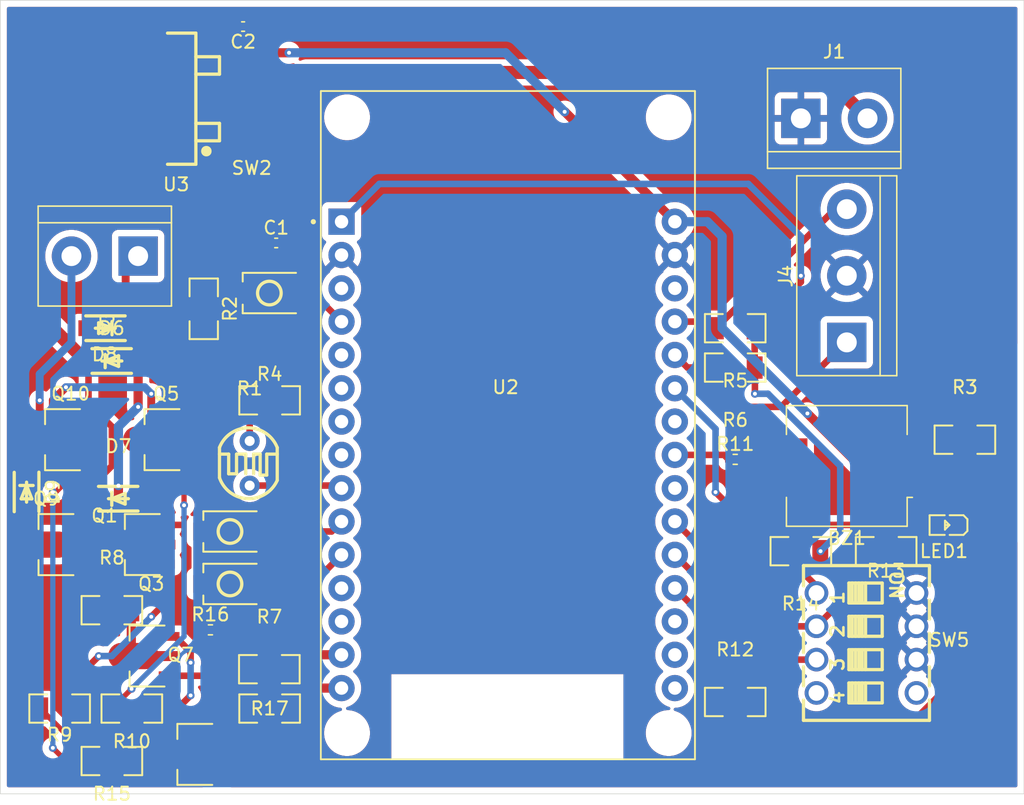
<source format=kicad_pcb>
(kicad_pcb (version 20241229) (generator "pcbnew") (generator_version "9.0")
  (layers (0 "F.Cu" signal) (2 "B.Cu" signal) (13 "F.Paste" user) (15 "B.Paste" user) (5 "F.SilkS" user "F.Silkscreen") (7 "B.SilkS" user "B.Silkscreen") (1 "F.Mask" user) (3 "B.Mask" user) (25 "Edge.Cuts" user))
  (net 0 "")
  (net 1 "+5V")
  (net 2 "Net-(BZ1--)")
  (net 3 "+12V")
  (net 4 "GND")
  (net 5 "LSC")
  (net 6 "LSA")
  (net 7 "Net-(LED1-A)")
  (net 8 "Net-(LED1-K)")
  (net 9 "Net-(Q1-B)")
  (net 10 "Net-(Q3-B)")
  (net 11 "Net-(Q3-E)")
  (net 12 "Net-(Q3-C)")
  (net 13 "Net-(Q5-B)")
  (net 14 "Net-(Q7-E)")
  (net 15 "Net-(Q7-C)")
  (net 16 "Net-(Q7-B)")
  (net 17 "Net-(Q9-B)")
  (net 18 "Net-(Q10-B)")
  (net 19 "Net-(U2-D18)")
  (net 20 "Net-(R1-Pad1)")
  (net 21 "Net-(R2-Pad1)")
  (net 22 "+3.3V")
  (net 23 "motor 2")
  (net 24 "BUZZER")
  (net 25 "dip1")
  (net 26 "Net-(R16-Pad1)")
  (net 27 "motor 1")
  (net 28 "Net-(U2-D2)")
  (net 29 "llave A")
  (net 30 "llave B")
  (net 31 "dip2")
  (net 32 "dip3")
  (net 48 "Net-(D6-A)")
  (net 49 "Net-(D7-A)")
  (footprint "easyeda2kicad:R1206" (layer "F.Cu") (at 167.1 96.84 180)
    (property "Reference" "R14")
    (property "Value" "RC1206FR-071KL" (hide yes))
  )
  (footprint "easyeda2kicad:R1206" (layer "F.Cu") (at 126.62 108.84)
    (property "Reference" "R17")
    (property "Value" "220")
  )
  (footprint "easyeda2kicad:SOD-123F_L2.8-W1.8-LS3.7-RD" (layer "F.Cu") (at 114.1 79.84 180)
    (property "Reference" "D8")
    (property "Value" "1N4007-C181127" (hide yes))
  )
  (footprint "Resistor_SMD:R_0402_1005Metric" (layer "F.Cu") (at 122.11 102.84)
    (property "Reference" "R16")
    (property "Value" "220")
  )
  (footprint "easyeda2kicad:R1206" (layer "F.Cu") (at 121.6 78.36 -90)
    (property "Reference" "R2")
    (property "Value" "220")
  )
  (footprint "easyeda2kicad:R1206" (layer "F.Cu") (at 173.6 96.84 180)
    (property "Reference" "R13")
    (property "Value" "RC1206FR-071KL" (hide yes))
  )
  (footprint "easyeda2kicad:SOD-123F_L2.8-W1.8-LS3.7-RD" (layer "F.Cu") (at 115.1 92.84)
    (property "Reference" "D7")
    (property "Value" "1N4007-C181127" (hide yes))
  )
  (footprint "easyeda2kicad:R1206" (layer "F.Cu") (at 162.1 108.34)
    (property "Reference" "R12")
    (property "Value" "RC1206FR-071KL" (hide yes))
  )
  (footprint "easyeda2kicad:SOT-89-3_L4.5-W2.5-P1.50-LS4.2-BR" (layer "F.Cu") (at 110.96 96.34)
    (property "Reference" "Q9")
    (property "Value" "pnp")
  )
  (footprint "easyeda2kicad:SW-SMD_L3.9-W3.0-P4.45" (layer "F.Cu") (at 123.6 99.34)
    (property "Reference" "SW4" (hide yes))
    (property "Value" "botton" (hide yes))
  )
  (footprint "easyeda2kicad:R1206" (layer "F.Cu") (at 114.6 101.34)
    (property "Reference" "R8")
    (property "Value" "RC1206FR-071KL" (hide yes))
  )
  (footprint "easyeda2kicad:R1206" (layer "F.Cu") (at 179.6 88.34)
    (property "Reference" "R3")
    (property "Value" "220")
  )
  (footprint "easyeda2kicad:SOD-123F_L2.8-W1.8-LS3.7-RD" (layer "F.Cu") (at 114.6 82.34)
    (property "Reference" "D6")
    (property "Value" "1N4007-C181127" (hide yes))
  )
  (footprint "easyeda2kicad:SOT-89-3_L4.5-W2.5-P1.50-LS4.0-BR" (layer "F.Cu") (at 117.6 104.84)
    (property "Reference" "Q3")
    (property "Value" "D882_C5279057" (hide yes))
  )
  (footprint "easyeda2kicad:SOT-89-3_L4.5-W2.5-P1.50-LS4.2-BR" (layer "F.Cu") (at 111.46 88.34)
    (property "Reference" "Q10")
    (property "Value" "pnp")
  )
  (footprint "easyeda2kicad:SOT-89-3_L4.5-W2.5-P1.50-LS4.0-BR" (layer "F.Cu") (at 118.74 88.34)
    (property "Reference" "Q5")
    (property "Value" "npn")
  )
  (footprint "Buzzer_Beeper:Buzzer_CUI_CPT-9019S-SMT" (layer "F.Cu") (at 170.6 90.34 180)
    (property "Reference" "BZ1")
    (property "Value" "Buzzer")
  )
  (footprint "Capacitor_SMD:C_0402_1005Metric" (layer "F.Cu") (at 127.12 73.34)
    (property "Reference" "C1")
    (property "Value" "0.33uf")
  )
  (footprint "easyeda2kicad:SW-SMD_L3.9-W3.0-P4.45" (layer "F.Cu") (at 123.6 95.34)
    (property "Reference" "SW3" (hide yes))
    (property "Value" "botton" (hide yes))
  )
  (footprint "ESP32-DEVKIT-V1 (1):MODULE_ESP32_DEVKIT_V1" (layer "F.Cu") (at 144.8 87.235)
    (property "Reference" "U2")
    (property "Value" "ESP32-DEVKIT-V1")
  )
  (footprint "easyeda2kicad:R1206" (layer "F.Cu") (at 162.1 82.84 180)
    (property "Reference" "R6")
    (property "Value" "RC1206FR-071KL" (hide yes))
  )
  (footprint "easyeda2kicad:R1206" (layer "F.Cu") (at 126.6 105.84)
    (property "Reference" "R7")
    (property "Value" "220")
  )
  (footprint "easyeda2kicad:SW-SMD_L3.9-W3.0-P4.45" (layer "F.Cu") (at 126.6 77.16)
    (property "Reference" "SW2")
    (property "Value" "TS-1088-AR02016" (hide yes))
  )
  (footprint "easyeda2kicad:RES-TH_L5.1-W4.3-P3.40-D0.5" (layer "F.Cu") (at 125.1 90.14)
    (property "Reference" "R1")
    (property "Value" "GL5528(10-20)" (hide yes))
  )
  (footprint "easyeda2kicad:SOD-123F_L2.8-W1.8-LS3.7-RD" (layer "F.Cu") (at 108.1 92.34 -90)
    (property "Reference" "D9")
    (property "Value" "1N4007-C181127" (hide yes))
  )
  (footprint "TerminalBlock:TerminalBlock_bornier-3_P5.08mm" (layer "F.Cu") (at 170.6 80.92 90)
    (property "Reference" "J4")
    (property "Value" "LIMIT SWITCHES")
  )
  (footprint "TerminalBlock:TerminalBlock_bornier-2_P5.08mm" (layer "F.Cu") (at 116.6 74.34 180)
    (property "Reference" "J2")
    (property "Value" "motor salida")
  )
  (footprint "easyeda2kicad:R1206" (layer "F.Cu") (at 114.6 112.84 180)
    (property "Reference" "R15")
    (property "Value" "RC1206FR-071KL" (hide yes))
  )
  (footprint "TerminalBlock:TerminalBlock_bornier-2_P5.08mm" (layer "F.Cu") (at 167.1 63.84)
    (property "Reference" "J1")
    (property "Value" "ALIMENTACION")
  )
  (footprint "easyeda2kicad:R1206" (layer "F.Cu") (at 162.1 79.84 180)
    (property "Reference" "R5")
    (property "Value" "RC1206FR-071KL" (hide yes))
  )
  (footprint "easyeda2kicad:LED0603-RD_RED" (layer "F.Cu") (at 178.3 94.84 180)
    (property "Reference" "LED1")
    (property "Value" "lampara" (hide yes))
  )
  (footprint "easyeda2kicad:SOT-89-3_L4.5-W2.5-P1.50-LS4.0-BR" (layer "F.Cu") (at 117.24 96.34)
    (property "Reference" "Q1")
    (property "Value" "npn")
  )
  (footprint "easyeda2kicad:SW-TH_DSWB04LHGET" (layer "F.Cu") (at 172.1 103.84 -90)
    (property "Reference" "SW5")
    (property "Value" "DSWB04LHGET" (hide yes))
  )
  (footprint "easyeda2kicad:SOT-89-3_L4.5-W2.5-P1.50-LS4.0-BR" (layer "F.Cu") (at 121.24 112.34)
    (property "Reference" "Q7")
    (property "Value" "D882_C5279057" (hide yes))
  )
  (footprint "easyeda2kicad:R1206" (layer "F.Cu") (at 116.12 108.84 180)
    (property "Reference" "R10")
    (property "Value" "RC1206FR-071KL" (hide yes))
  )
  (footprint "Capacitor_SMD:C_0402_1005Metric" (layer "F.Cu") (at 124.6 56.84 180)
    (property "Reference" "C2")
    (property "Value" "0.1uf")
  )
  (footprint "easyeda2kicad:TO-263-2_L10.0-W9.2-P5.08-LS15.3-TL-CW" (layer "F.Cu") (at 119.5 62.34 180)
    (property "Reference" "U3")
    (property "Value" "L7805ABD2T-TR" (hide yes))
  )
  (footprint "Resistor_SMD:R_0402_1005Metric" (layer "F.Cu") (at 162.1 89.84)
    (property "Reference" "R11")
    (property "Value" "1k")
  )
  (footprint "easyeda2kicad:R1206" (layer "F.Cu") (at 126.62 85.34)
    (property "Reference" "R4")
    (property "Value" "220")
  )
  (footprint "easyeda2kicad:R1206" (layer "F.Cu") (at 110.62 108.84 180)
    (property "Reference" "R9")
    (property "Value" "RC1206FR-071KL" (hide yes))
  )
  (gr_rect (start 106.1 54.84) (end 184.1 115.34) (stroke (width 0.05)) (fill no) (layer "Edge.Cuts"))
  (segment (start 125.86 58.84) (end 124.9 59.8) (width 0.7) (layer "F.Cu") (net 1))
  (segment (start 149.12 63.34) (end 149.1 63.34) (width 0.7) (layer "F.Cu") (net 1))
  (segment (start 157.5 71.72) (end 149.12 63.34) (width 0.7) (layer "F.Cu") (net 1))
  (segment (start 128.1 58.84) (end 125.86 58.84) (width 0.7) (layer "F.Cu") (net 1))
  (segment (start 125.08 59.62) (end 124.9 59.8) (width 0.5) (layer "F.Cu") (net 1))
  (segment (start 174.6 90.34) (end 171.6 90.34) (width 0.7) (layer "F.Cu") (net 1))
  (segment (start 171.6 90.34) (end 167.6 86.34) (width 0.7) (layer "F.Cu") (net 1))
  (segment (start 125.08 56.84) (end 125.08 59.62) (width 0.5) (layer "F.Cu") (net 1))
  (via (at 149.1 63.34) (size 0.6) (drill 0.3) (layers "F.Cu" "B.Cu") (net 1))
  (via (at 167.6 86.34) (size 0.6) (drill 0.3) (layers "F.Cu" "B.Cu") (net 1))
  (via (at 128.1 58.84) (size 0.6) (drill 0.3) (layers "F.Cu" "B.Cu") (net 1))
  (segment (start 161.1 79.84) (end 161.1 72.84) (width 0.7) (layer "B.Cu") (net 1))
  (segment (start 161.1 72.84) (end 159.98 71.72) (width 0.7) (layer "B.Cu") (net 1))
  (segment (start 144.6 58.84) (end 128.1 58.84) (width 0.7) (layer "B.Cu") (net 1))
  (segment (start 167.6 86.34) (end 161.1 79.84) (width 0.7) (layer "B.Cu") (net 1))
  (segment (start 159.98 71.72) (end 157.5 71.72) (width 0.7) (layer "B.Cu") (net 1))
  (segment (start 149.1 63.34) (end 144.6 58.84) (width 0.7) (layer "B.Cu") (net 1))
  (segment (start 162.61 89.84) (end 166.1 89.84) (width 0.5) (layer "F.Cu") (net 2))
  (segment (start 166.1 89.84) (end 166.6 90.34) (width 0.5) (layer "F.Cu") (net 2))
  (segment (start 112.82 86.84) (end 112.82 82.57) (width 0.5) (layer "F.Cu") (net 3))
  (segment (start 112.32 94.07) (end 113.55 92.84) (width 0.5) (layer "F.Cu") (net 3))
  (segment (start 126.64 73.34) (end 126.64 66.62) (width 0.5) (layer "F.Cu") (net 3))
  (segment (start 108.1 72.84) (end 108.1 77.84) (width 1) (layer "F.Cu") (net 3))
  (segment (start 120.44 69.34) (end 111.6 69.34) (width 1) (layer "F.Cu") (net 3))
  (segment (start 126.64 66.62) (end 124.9 64.88) (width 0.5) (layer "F.Cu") (net 3))
  (segment (start 114.6 90.34) (end 113.55 91.39) (width 0.5) (layer "F.Cu") (net 3))
  (segment (start 111.6 69.34) (end 108.1 72.84) (width 1) (layer "F.Cu") (net 3))
  (segment (start 108.1 77.84) (end 112.6 82.34) (width 1) (layer "F.Cu") (net 3))
  (segment (start 129.44 60.34) (end 168.68 60.34) (width 1) (layer "F.Cu") (net 3))
  (segment (start 113.55 91.39) (end 113.55 92.84) (width 0.5) (layer "F.Cu") (net 3))
  (segment (start 114.1 86.84) (end 114.6 87.34) (width 0.5) (layer "F.Cu") (net 3))
  (segment (start 114.6 87.34) (end 114.6 90.34) (width 0.5) (layer "F.Cu") (net 3))
  (segment (start 112.32 94.84) (end 112.32 94.07) (width 0.5) (layer "F.Cu") (net 3))
  (segment (start 124.9 64.88) (end 123.27 66.51) (width 1) (layer "F.Cu") (net 3))
  (segment (start 112.82 86.84) (end 114.1 86.84) (width 0.5) (layer "F.Cu") (net 3))
  (segment (start 112.6 82.34) (end 113.05 82.34) (width 1) (layer "F.Cu") (net 3))
  (segment (start 123.27 66.51) (end 120.44 69.34) (width 1) (layer "F.Cu") (net 3))
  (segment (start 168.68 60.34) (end 172.18 63.84) (width 1) (layer "F.Cu") (net 3))
  (segment (start 112.82 82.57) (end 113.05 82.34) (width 0.5) (layer "F.Cu") (net 3))
  (segment (start 123.27 66.51) (end 129.44 60.34) (width 1) (layer "F.Cu") (net 3))
  (segment (start 165.6 85.84) (end 170.52 80.92) (width 0.5) (layer "F.Cu") (net 5))
  (segment (start 160.62 84.36) (end 162.1 85.84) (width 0.5) (layer "F.Cu") (net 5))
  (segment (start 158.46 82.84) (end 157.5 81.88) (width 0.5) (layer "F.Cu") (net 5))
  (segment (start 162.1 85.84) (end 165.6 85.84) (width 0.5) (layer "F.Cu") (net 5))
  (segment (start 160.62 82.84) (end 160.62 84.36) (width 0.5) (layer "F.Cu") (net 5))
  (segment (start 160.62 82.84) (end 158.46 82.84) (width 0.5) (layer "F.Cu") (net 5))
  (segment (start 170.52 80.92) (end 170.6 80.92) (width 0.5) (layer "F.Cu") (net 5))
  (segment (start 157.5 79.34) (end 160.12 79.34) (width 0.5) (layer "F.Cu") (net 6))
  (segment (start 170.6 70.76) (end 169.7 70.76) (width 0.5) (layer "F.Cu") (net 6))
  (segment (start 169.7 70.76) (end 160.62 79.84) (width 0.5) (layer "F.Cu") (net 6))
  (segment (start 160.12 79.34) (end 160.62 79.84) (width 0.5) (layer "F.Cu") (net 6))
  (segment (start 177.5 94.84) (end 163.1 94.84) (width 0.5) (layer "F.Cu") (net 7))
  (segment (start 163.1 94.84) (end 160.6 92.34) (width 0.5) (layer "F.Cu") (net 7))
  (via (at 160.6 92.34) (size 0.6) (drill 0.3) (layers "F.Cu" "B.Cu") (net 7))
  (segment (start 160.6 87.52) (end 157.5 84.42) (width 0.5) (layer "B.Cu") (net 7))
  (segment (start 160.6 92.34) (end 160.6 87.52) (width 0.5) (layer "B.Cu") (net 7))
  (segment (start 178.12 91.36) (end 179.1 92.34) (width 0.5) (layer "F.Cu") (net 8))
  (segment (start 178.12 88.34) (end 178.12 91.36) (width 0.5) (layer "F.Cu") (net 8))
  (segment (start 179.1 92.34) (end 179.1 94.84) (width 0.5) (layer "F.Cu") (net 8))
  (segment (start 113.6 104.84) (end 112.1 106.34) (width 0.5) (layer "F.Cu") (net 9))
  (segment (start 112.1 106.34) (end 112.1 108.84) (width 0.5) (layer "F.Cu") (net 9))
  (segment (start 118.6 97.84) (end 118.6 100.84) (width 0.5) (layer "F.Cu") (net 9))
  (segment (start 118.6 100.84) (end 117.6 101.84) (width 0.5) (layer "F.Cu") (net 9))
  (via (at 113.6 104.84) (size 0.6) (drill 0.3) (layers "F.Cu" "B.Cu") (net 9))
  (via (at 117.6 101.84) (size 0.6) (drill 0.3) (layers "F.Cu" "B.Cu") (net 9))
  (segment (start 117.6 101.84) (end 114.6 104.84) (width 0.5) (layer "B.Cu") (net 9))
  (segment (start 114.6 104.84) (end 113.6 104.84) (width 0.5) (layer "B.Cu") (net 9))
  (segment (start 125.12 105.84) (end 123.6 105.84) (width 0.5) (layer "F.Cu") (net 10))
  (segment (start 123.1 106.34) (end 118.96 106.34) (width 0.5) (layer "F.Cu") (net 10))
  (segment (start 123.6 105.84) (end 123.1 106.34) (width 0.5) (layer "F.Cu") (net 10))
  (segment (start 120.6 105.34) (end 120.6 104.525) (width 0.5) (layer "F.Cu") (net 11))
  (segment (start 119.415 103.34) (end 118.96 103.34) (width 0.5) (layer "F.Cu") (net 11))
  (segment (start 117.6 108.84) (end 119.6 108.84) (width 0.5) (layer "F.Cu") (net 11))
  (segment (start 120.6 104.525) (end 119.415 103.34) (width 0.5) (layer "F.Cu") (net 11))
  (segment (start 119.6 108.84) (end 120.6 107.84) (width 0.5) (layer "F.Cu") (net 11))
  (via (at 120.6 107.84) (size 0.6) (drill 0.3) (layers "F.Cu" "B.Cu") (net 11))
  (via (at 120.6 105.34) (size 0.6) (drill 0.3) (layers "F.Cu" "B.Cu") (net 11))
  (segment (start 120.6 107.84) (end 120.6 105.34) (width 0.5) (layer "B.Cu") (net 11))
  (segment (start 116.08 104.68) (end 116.24 104.84) (width 0.7) (layer "F.Cu") (net 12))
  (segment (start 116.08 101.34) (end 116.08 104.68) (width 0.7) (layer "F.Cu") (net 12))
  (segment (start 120.1 93.34) (end 120.1 89.84) (width 0.4) (layer "F.Cu") (net 13))
  (segment (start 114.64 108.8) (end 116.1 107.34) (width 0.4) (layer "F.Cu") (net 13))
  (segment (start 114.64 108.84) (end 114.64 108.8) (width 0.4) (layer "F.Cu") (net 13))
  (via (at 116.1 107.34) (size 0.6) (drill 0.3) (layers "F.Cu" "B.Cu") (net 13))
  (via (at 120.1 93.34) (size 0.6) (drill 0.3) (layers "F.Cu" "B.Cu") (net 13))
  (segment (start 120.1 103.34) (end 120.1 93.34) (width 0.4) (layer "B.Cu") (net 13))
  (segment (start 116.1 107.34) (end 120.1 103.34) (width 0.4) (layer "B.Cu") (net 13))
  (segment (start 122.6 110.84) (end 111.14 110.84) (width 0.4) (layer "F.Cu") (net 14))
  (segment (start 111.14 110.84) (end 109.14 108.84) (width 0.4) (layer "F.Cu") (net 14))
  (segment (start 119.38 112.84) (end 119.88 112.34) (width 0.4) (layer "F.Cu") (net 15))
  (segment (start 116.08 112.84) (end 119.38 112.84) (width 0.4) (layer "F.Cu") (net 15))
  (segment (start 125.14 108.84) (end 125.14 111.755) (width 0.4) (layer "F.Cu") (net 16))
  (segment (start 123.055 113.84) (end 122.6 113.84) (width 0.4) (layer "F.Cu") (net 16))
  (segment (start 125.14 111.755) (end 123.055 113.84) (width 0.4) (layer "F.Cu") (net 16))
  (segment (start 113.12 98.64) (end 112.32 97.84) (width 0.7) (layer "F.Cu") (net 17))
  (segment (start 113.12 101.34) (end 113.12 98.64) (width 0.7) (layer "F.Cu") (net 17))
  (segment (start 110.32 92.34) (end 112.82 89.84) (width 0.4) (layer "F.Cu") (net 18))
  (segment (start 113.12 112.84) (end 111.1 112.84) (width 0.4) (layer "F.Cu") (net 18))
  (segment (start 111.1 112.84) (end 110.1 111.84) (width 0.4) (layer "F.Cu") (net 18))
  (segment (start 110.1 92.34) (end 110.32 92.34) (width 0.4) (layer "F.Cu") (net 18))
  (via (at 110.1 111.84) (size 0.6) (drill 0.3) (layers "F.Cu" "B.Cu") (net 18))
  (via (at 110.1 92.34) (size 0.6) (drill 0.3) (layers "F.Cu" "B.Cu") (net 18))
  (segment (start 110.1 111.84) (end 110.1 92.34) (width 0.4) (layer "B.Cu") (net 18))
  (segment (start 125.1 91.84) (end 131.9 91.84) (width 0.5) (layer "F.Cu") (net 19))
  (segment (start 131.9 91.84) (end 132.1 92.04) (width 0.5) (layer "F.Cu") (net 19))
  (segment (start 125.1 85.38) (end 125.14 85.34) (width 0.5) (layer "F.Cu") (net 20))
  (segment (start 125.1 88.44) (end 125.1 85.38) (width 0.5) (layer "F.Cu") (net 20))
  (segment (start 124.14 76.88) (end 124.42 77.16) (width 0.5) (layer "F.Cu") (net 21))
  (segment (start 121.6 76.88) (end 124.14 76.88) (width 0.5) (layer "F.Cu") (net 21))
  (segment (start 177.85 98.09) (end 178.1 98.34) (width 0.5) (layer "F.Cu") (net 22))
  (segment (start 160.62 108.34) (end 160.62 109.36) (width 0.5) (layer "F.Cu") (net 22))
  (segment (start 178.1 107.370603) (end 178.1 98.34) (width 0.5) (layer "F.Cu") (net 22))
  (segment (start 165.09 78.33) (end 167.1 76.32) (width 0.5) (layer "F.Cu") (net 22))
  (segment (start 167.1 76.32) (end 167.1 75.84) (width 0.5) (layer "F.Cu") (net 22))
  (segment (start 163.58 79.84) (end 165.09 78.33) (width 0.5) (layer "F.Cu") (net 22))
  (segment (start 163.58 79.84) (end 163.58 82.84) (width 0.5) (layer "F.Cu") (net 22))
  (segment (start 174.630603 110.84) (end 178.1 107.370603) (width 0.5) (layer "F.Cu") (net 22))
  (segment (start 168.58 96.84) (end 168.6 96.84) (width 0.5) (layer "F.Cu") (net 22))
  (segment (start 163.6 82.86) (end 163.58 82.84) (width 0.5) (layer "F.Cu") (net 22))
  (segment (start 162.1 110.84) (end 174.630603 110.84) (width 0.5) (layer "F.Cu") (net 22))
  (segment (start 160.62 109.36) (end 162.1 110.84) (width 0.5) (layer "F.Cu") (net 22))
  (segment (start 179.59 78.33) (end 165.09 78.33) (width 0.5) (layer "F.Cu") (net 22))
  (segment (start 183.1 81.84) (end 179.59 78.33) (width 0.5) (layer "F.Cu") (net 22))
  (segment (start 176.6 96.84) (end 177.85 98.09) (width 0.5) (layer "F.Cu") (net 22))
  (segment (start 175.08 96.84) (end 176.6 96.84) (width 0.5) (layer "F.Cu") (net 22))
  (segment (start 163.6 84.84) (end 163.6 82.86) (width 0.5) (layer "F.Cu") (net 22))
  (segment (start 177.85 98.09) (end 180.35 98.09) (width 0.5) (layer "F.Cu") (net 22))
  (segment (start 183.1 95.34) (end 183.1 81.84) (width 0.5) (layer "F.Cu") (net 22))
  (segment (start 180.35 98.09) (end 183.1 95.34) (width 0.5) (layer "F.Cu") (net 22))
  (via (at 163.6 84.84) (size 0.6) (drill 0.3) (layers "F.Cu" "B.Cu") (net 22))
  (via (at 167.1 75.84) (size 0.6) (drill 0.3) (layers "F.Cu" "B.Cu") (net 22))
  (via (at 168.6 96.84) (size 0.6) (drill 0.3) (layers "F.Cu" "B.Cu") (net 22))
  (segment (start 168.6 96.84) (end 170.1 95.34) (width 0.5) (layer "B.Cu") (net 22))
  (segment (start 170.1 90.34) (end 164.6 84.84) (width 0.5) (layer "B.Cu") (net 22))
  (segment (start 167.1 72.84) (end 163.1 68.84) (width 0.5) (layer "B.Cu") (net 22))
  (segment (start 163.1 68.84) (end 134.98 68.84) (width 0.5) (layer "B.Cu") (net 22))
  (segment (start 164.6 84.84) (end 163.6 84.84) (width 0.5) (layer "B.Cu") (net 22))
  (segment (start 167.1 75.84) (end 167.1 72.84) (width 0.5) (layer "B.Cu") (net 22))
  (segment (start 170.1 95.34) (end 170.1 90.34) (width 0.5) (layer "B.Cu") (net 22))
  (segment (start 134.98 68.84) (end 132.1 71.72) (width 0.5) (layer "B.Cu") (net 22))
  (segment (start 132.1 104.74) (end 129.18 104.74) (width 0.7) (layer "F.Cu") (net 23))
  (segment (start 129.18 104.74) (end 128.08 105.84) (width 0.7) (layer "F.Cu") (net 23))
  (segment (start 161.25 89.5) (end 161.59 89.84) (width 0.5) (layer "F.Cu") (net 24))
  (segment (start 157.5 89.5) (end 161.25 89.5) (width 0.5) (layer "F.Cu") (net 24))
  (segment (start 157.5 94.58) (end 159.76 96.84) (width 0.5) (layer "F.Cu") (net 25))
  (segment (start 168.29 100.03) (end 168.29 99.51) (width 0.5) (layer "F.Cu") (net 25))
  (segment (start 159.76 96.84) (end 165.62 96.84) (width 0.5) (layer "F.Cu") (net 25))
  (segment (start 168.29 99.51) (end 165.62 96.84) (width 0.5) (layer "F.Cu") (net 25))
  (segment (start 157.5 94.78) (end 157.5 94.58) (width 0.5) (layer "F.Cu") (net 25))
  (segment (start 121.42 95.34) (end 121.42 99.34) (width 0.5) (layer "F.Cu") (net 26))
  (segment (start 121.6 102.84) (end 121.6 99.52) (width 0.5) (layer "F.Cu") (net 26))
  (segment (start 121.6 99.52) (end 121.42 99.34) (width 0.5) (layer "F.Cu") (net 26))
  (segment (start 129.66 107.28) (end 128.1 108.84) (width 0.7) (layer "F.Cu") (net 27))
  (segment (start 132.1 107.28) (end 129.66 107.28) (width 0.7) (layer "F.Cu") (net 27))
  (segment (start 128.78 77.16) (end 129.92 77.16) (width 0.5) (layer "F.Cu") (net 28))
  (segment (start 129.92 77.16) (end 132.1 79.34) (width 0.5) (layer "F.Cu") (net 28))
  (segment (start 131.34 95.34) (end 132.1 94.58) (width 0.5) (layer "F.Cu") (net 29))
  (segment (start 125.78 95.34) (end 131.34 95.34) (width 0.5) (layer "F.Cu") (net 29))
  (segment (start 129.88 99.34) (end 132.1 97.12) (width 0.5) (layer "F.Cu") (net 30))
  (segment (start 125.78 99.34) (end 129.88 99.34) (width 0.5) (layer "F.Cu") (net 30))
  (segment (start 172.12 98.74) (end 168.29 102.57) (width 0.5) (layer "F.Cu") (net 31))
  (segment (start 162.95 102.57) (end 168.29 102.57) (width 0.5) (layer "F.Cu") (net 31))
  (segment (start 172.12 96.84) (end 172.12 98.74) (width 0.5) (layer "F.Cu") (net 31))
  (segment (start 157.5 97.12) (end 162.95 102.57) (width 0.5) (layer "F.Cu") (net 31))
  (segment (start 168.29 105.11) (end 166.81 105.11) (width 0.5) (layer "F.Cu") (net 32))
  (segment (start 163.58 105.74) (end 163.58 108.34) (width 0.5) (layer "F.Cu") (net 32))
  (segment (start 166.81 105.11) (end 163.58 108.34) (width 0.5) (layer "F.Cu") (net 32))
  (segment (start 157.5 99.66) (end 163.58 105.74) (width 0.5) (layer "F.Cu") (net 32))
  (segment (start 115.1 95.56) (end 115.1 91.84) (width 0.7) (layer "F.Cu") (net 48))
  (segment (start 116.15 82.34) (end 116.15 80.34) (width 0.7) (layer "F.Cu") (net 48))
  (segment (start 116.6 82.79) (end 116.15 82.34) (width 0.7) (layer "F.Cu") (net 48))
  (segment (start 109.6 96.34) (end 115.88 96.34) (width 0.7) (layer "F.Cu") (net 48))
  (segment (start 116.15 80.34) (end 115.65 79.84) (width 0.7) (layer "F.Cu") (net 48))
  (segment (start 115.65 75.29) (end 116.6 74.34) (width 0.6) (layer "F.Cu") (net 48))
  (segment (start 115.88 96.34) (end 115.1 95.56) (width 0.7) (layer "F.Cu") (net 48))
  (segment (start 116.6 85.84) (end 116.6 82.79) (width 0.7) (layer "F.Cu") (net 48))
  (segment (start 115.65 79.84) (end 115.65 75.29) (width 0.6) (layer "F.Cu") (net 48))
  (via (at 115.1 91.84) (size 0.6) (drill 0.3) (layers "F.Cu" "B.Cu") (net 48))
  (via (at 116.6 85.84) (size 0.6) (drill 0.3) (layers "F.Cu" "B.Cu") (net 48))
  (segment (start 115.1 91.84) (end 115.1 87.34) (width 0.7) (layer "B.Cu") (net 48))
  (segment (start 115.1 87.34) (end 116.6 85.84) (width 0.7) (layer "B.Cu") (net 48))
  (segment (start 109.1 87.34) (end 110.1 88.34) (width 0.6) (layer "F.Cu") (net 49))
  (segment (start 116.65 92.84) (end 116.65 89.07) (width 0.5) (layer "F.Cu") (net 49))
  (segment (start 108.1 90.34) (end 110.1 88.34) (width 0.6) (layer "F.Cu") (net 49))
  (segment (start 108.1 90.79) (end 108.1 90.34) (width 0.6) (layer "F.Cu") (net 49))
  (segment (start 117.6 84.84) (end 117.6 88.12) (width 0.6) (layer "F.Cu") (net 49))
  (segment (start 110.1 85.34) (end 111.1 84.34) (width 0.6) (layer "F.Cu") (net 49))
  (segment (start 117.6 88.12) (end 117.38 88.34) (width 0.6) (layer "F.Cu") (net 49))
  (segment (start 109.1 85.34) (end 109.1 87.34) (width 0.6) (layer "F.Cu") (net 49))
  (segment (start 110.1 88.34) (end 110.1 85.34) (width 0.6) (layer "F.Cu") (net 49))
  (segment (start 116.65 89.07) (end 117.38 88.34) (width 0.5) (layer "F.Cu") (net 49))
  (via (at 111.1 84.34) (size 0.6) (drill 0.3) (layers "F.Cu" "B.Cu") (net 49))
  (via (at 109.1 85.34) (size 0.6) (drill 0.3) (layers "F.Cu" "B.Cu") (net 49))
  (via (at 117.6 84.84) (size 0.6) (drill 0.3) (layers "F.Cu" "B.Cu") (net 49))
  (segment (start 111.52 80.92) (end 109.1 83.34) (width 0.6) (layer "B.Cu") (net 49))
  (segment (start 117.1 84.34) (end 117.6 84.84) (width 0.6) (layer "B.Cu") (net 49))
  (segment (start 111.52 74.34) (end 111.52 80.92) (width 0.6) (layer "B.Cu") (net 49))
  (segment (start 111.1 84.34) (end 117.1 84.34) (width 0.6) (layer "B.Cu") (net 49))
  (segment (start 109.1 83.34) (end 109.1 85.34) (width 0.6) (layer "B.Cu") (net 49))
  (zone (net 4) (net_name "GND") (layers "F.Cu" "B.Cu") (connect_pads (clearance 0.5)) (min_thickness 0.25) (fill yes (thermal_gap 0.5) (thermal_bridge_width 0.5))
    (polygon (pts (xy 106.1 54.84) (xy 184.1 54.84) (xy 184.1 115.34) (xy 106.1 115.34)))
  )
)
</source>
